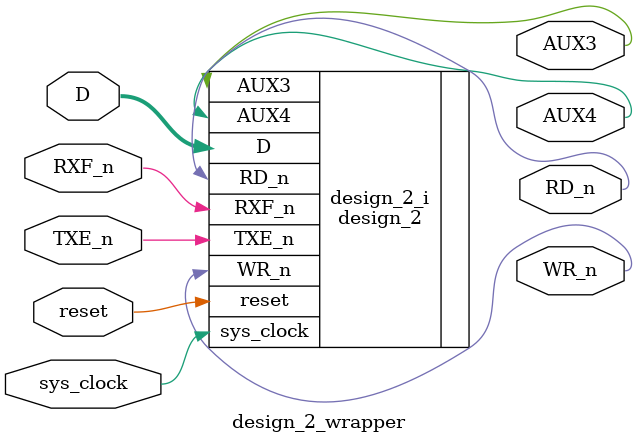
<source format=v>
`timescale 1 ps / 1 ps

module design_2_wrapper
   (AUX3,
    AUX4,
    D,
    RD_n,
    RXF_n,
    TXE_n,
    WR_n,
    reset,
    sys_clock);
  output AUX3;
  output AUX4;
  inout [7:0]D;
  output RD_n;
  input RXF_n;
  input TXE_n;
  output WR_n;
  input reset;
  input sys_clock;

  wire AUX3;
  wire AUX4;
  wire [7:0]D;
  wire RD_n;
  wire RXF_n;
  wire TXE_n;
  wire WR_n;
  wire reset;
  wire sys_clock;

  design_2 design_2_i
       (.AUX3(AUX3),
        .AUX4(AUX4),
        .D(D),
        .RD_n(RD_n),
        .RXF_n(RXF_n),
        .TXE_n(TXE_n),
        .WR_n(WR_n),
        .reset(reset),
        .sys_clock(sys_clock));
endmodule

</source>
